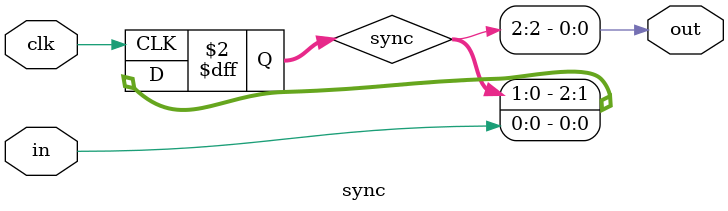
<source format=v>

module sync #(
  parameter N = 3                       // number of DFF stages
) (
  input            clk,                 // local clock
  input            in,                  // async input signal
  output           out                  // sync output signal
);

  reg [N-1:0] sync;
  always @(posedge clk)
    sync <= { sync[N-2:0], in };

  assign out = sync[N-1];

endmodule
</source>
